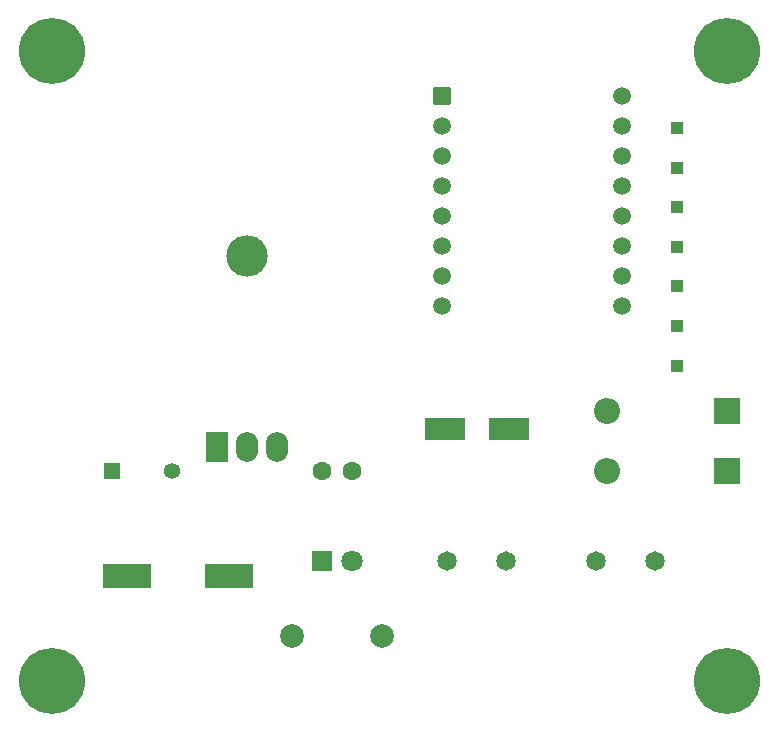
<source format=gbr>
%TF.GenerationSoftware,KiCad,Pcbnew,7.0.9*%
%TF.CreationDate,2025-08-10T16:09:38+02:00*%
%TF.ProjectId,Kicad_Projet_Sons_HW896_V1,4b696361-645f-4507-926f-6a65745f536f,rev?*%
%TF.SameCoordinates,Original*%
%TF.FileFunction,Soldermask,Top*%
%TF.FilePolarity,Negative*%
%FSLAX46Y46*%
G04 Gerber Fmt 4.6, Leading zero omitted, Abs format (unit mm)*
G04 Created by KiCad (PCBNEW 7.0.9) date 2025-08-10 16:09:38*
%MOMM*%
%LPD*%
G01*
G04 APERTURE LIST*
G04 Aperture macros list*
%AMRoundRect*
0 Rectangle with rounded corners*
0 $1 Rounding radius*
0 $2 $3 $4 $5 $6 $7 $8 $9 X,Y pos of 4 corners*
0 Add a 4 corners polygon primitive as box body*
4,1,4,$2,$3,$4,$5,$6,$7,$8,$9,$2,$3,0*
0 Add four circle primitives for the rounded corners*
1,1,$1+$1,$2,$3*
1,1,$1+$1,$4,$5*
1,1,$1+$1,$6,$7*
1,1,$1+$1,$8,$9*
0 Add four rect primitives between the rounded corners*
20,1,$1+$1,$2,$3,$4,$5,0*
20,1,$1+$1,$4,$5,$6,$7,0*
20,1,$1+$1,$6,$7,$8,$9,0*
20,1,$1+$1,$8,$9,$2,$3,0*%
G04 Aperture macros list end*
%ADD10R,4.100000X2.000000*%
%ADD11C,5.600000*%
%ADD12R,1.357000X1.357000*%
%ADD13C,1.357000*%
%ADD14R,1.800000X1.800000*%
%ADD15C,1.800000*%
%ADD16C,1.650000*%
%ADD17R,2.200000X2.200000*%
%ADD18O,2.200000X2.200000*%
%ADD19R,1.000000X1.000000*%
%ADD20R,3.500000X1.850000*%
%ADD21C,2.000000*%
%ADD22C,1.600000*%
%ADD23RoundRect,0.102000X-0.654000X-0.654000X0.654000X-0.654000X0.654000X0.654000X-0.654000X0.654000X0*%
%ADD24C,1.512000*%
%ADD25O,3.500000X3.500000*%
%ADD26R,1.900000X2.500000*%
%ADD27O,1.900000X2.500000*%
G04 APERTURE END LIST*
D10*
%TO.C,C2*%
X123190000Y-95250000D03*
X131890000Y-95250000D03*
%TD*%
D11*
%TO.C,REF3*%
X173990000Y-104140000D03*
%TD*%
D12*
%TO.C,C1*%
X121920000Y-86360000D03*
D13*
X127000000Y-86360000D03*
%TD*%
D14*
%TO.C,D3*%
X139700000Y-93980000D03*
D15*
X142240000Y-93980000D03*
%TD*%
D16*
%TO.C,J2*%
X167894000Y-93980000D03*
X162894000Y-93980000D03*
%TD*%
D17*
%TO.C,D1*%
X173990000Y-86360000D03*
D18*
X163830000Y-86360000D03*
%TD*%
D11*
%TO.C,REF2*%
X173990000Y-50800000D03*
%TD*%
D19*
%TO.C,J6*%
X169799000Y-67420000D03*
%TD*%
%TO.C,J4*%
X169799000Y-60720000D03*
%TD*%
D20*
%TO.C,C4*%
X150175000Y-82804000D03*
X155575000Y-82804000D03*
%TD*%
D19*
%TO.C,J3*%
X169799000Y-57370000D03*
%TD*%
D11*
%TO.C,REF1*%
X116840000Y-50800000D03*
%TD*%
D21*
%TO.C,R1*%
X137160000Y-100330000D03*
X144780000Y-100330000D03*
%TD*%
D22*
%TO.C,C3*%
X139740000Y-86360000D03*
X142240000Y-86360000D03*
%TD*%
D19*
%TO.C,J8*%
X169799000Y-74120000D03*
%TD*%
%TO.C,J9*%
X169799000Y-77470000D03*
%TD*%
D23*
%TO.C,U2*%
X149860000Y-54610000D03*
D24*
X149860000Y-57150000D03*
X149860000Y-59690000D03*
X149860000Y-62230000D03*
X149860000Y-64770000D03*
X149860000Y-67310000D03*
X149860000Y-69850000D03*
X149860000Y-72390000D03*
X165100000Y-72390000D03*
X165100000Y-69850000D03*
X165100000Y-67310000D03*
X165100000Y-64770000D03*
X165100000Y-62230000D03*
X165100000Y-59690000D03*
X165100000Y-57150000D03*
X165100000Y-54610000D03*
%TD*%
D11*
%TO.C,REF4*%
X116840000Y-104140000D03*
%TD*%
D19*
%TO.C,J5*%
X169799000Y-64070000D03*
%TD*%
D16*
%TO.C,J1*%
X155321000Y-93980000D03*
X150321000Y-93980000D03*
%TD*%
D25*
%TO.C,U1*%
X133350000Y-68199000D03*
D26*
X130810000Y-84399000D03*
D27*
X133350000Y-84399000D03*
X135890000Y-84399000D03*
%TD*%
D19*
%TO.C,J7*%
X169799000Y-70770000D03*
%TD*%
D17*
%TO.C,D2*%
X173990000Y-81280000D03*
D18*
X163830000Y-81280000D03*
%TD*%
M02*

</source>
